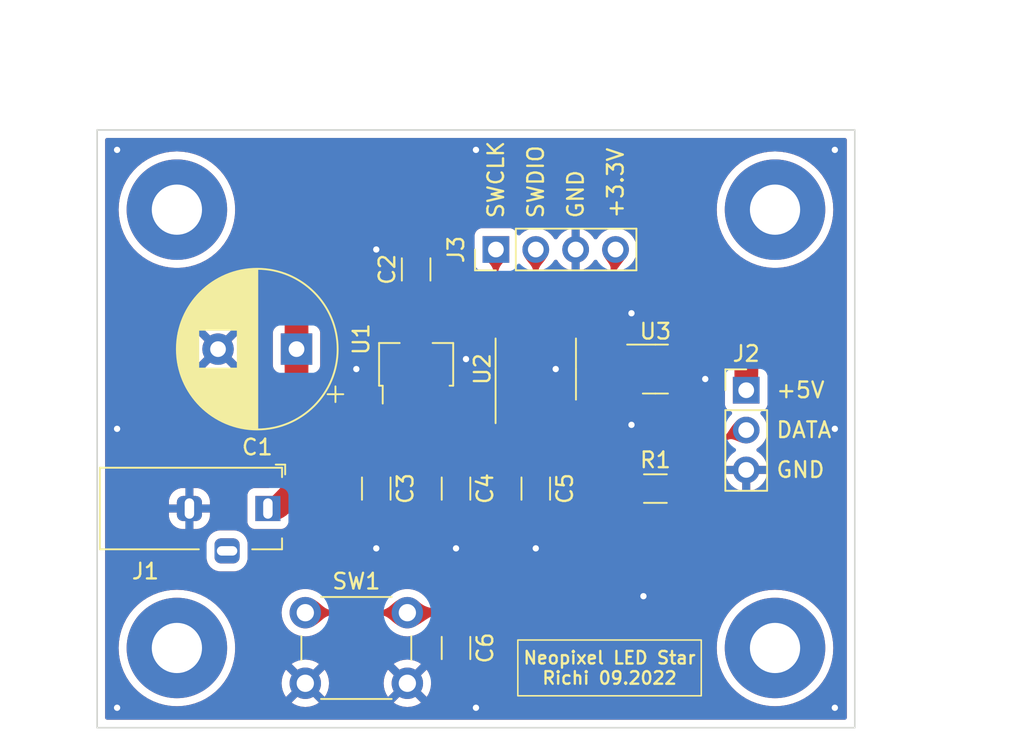
<source format=kicad_pcb>
(kicad_pcb (version 20211014) (generator pcbnew)
  (title_block (title "Neopixel LED Star") (date "2022-09-22") (company "Richi"))
  (layers (0 "F.Cu" signal) (31 "B.Cu" signal) (34 "B.Paste" user) (35 "F.Paste" user) (36 "B.SilkS" user "B.Silkscreen") (37 "F.SilkS" user "F.Silkscreen") (38 "B.Mask" user) (39 "F.Mask" user) (44 "Edge.Cuts" user))
  (net 0 "")
  (net 1 "GNDD")
  (net 2 "+3V3")
  (net 3 "Net-(R1-Pad1)")
  (net 4 "+5V")
  (net 7 "Net-(C6-Pad1)")
  (net 8 "Net-(U2-Pad6)")
  (net 9 "SWDIO")
  (net 10 "SWCLK")
  (net 11 "Net-(J2-Pad2)")
  (footprint "Neopixel_LED_Star:C_1206_3216Metric" (layer "F.Cu") (at 149.86 91.44 -90)
    (fp_text reference "C5" (at 0 -1.85 90) (layer "F.SilkS"))
    (fp_text value "4u7")
    (fp_line (start -0.711252 -0.91) (end 0.711252 -0.91) (layer "F.SilkS") (width 0.12))
    (fp_line (start -0.711252 0.91) (end 0.711252 0.91) (layer "F.SilkS") (width 0.12))
    (pad "1" smd roundrect (at -1.475 0 270) (size 1.15 1.8) (layers "F.Cu" "F.Paste" "F.Mask") (roundrect_rratio 0.2173913043) (net 2 "+3V3"))
    (pad "2" smd roundrect (at 1.475 0 270) (size 1.15 1.8) (layers "F.Cu" "F.Paste" "F.Mask") (roundrect_rratio 0.2173913043) (net 1 "GNDD"))
  )
  (footprint "Neopixel_LED_Star:MountingHole_3.2mm_M3_Pad" (layer "F.Cu") (at 127 101.6)
    (fp_text reference "REF**" hide)
    (fp_text value "MountingHole_3.2mm_M3_Pad")
    (pad "1" thru_hole circle (at 0 0) (size 6.4 6.4) (drill 3.2) (layers *.Cu *.Mask))
  )
  (footprint "Neopixel_LED_Star:SOT-23-5" (layer "F.Cu") (at 157.48 83.82)
    (fp_text reference "U3" (at 0 -2.4) (layer "F.SilkS"))
    (fp_text value "74AHCT1G125QW5-7")
    (fp_line (start 0 -1.56) (end 0.8 -1.56) (layer "F.SilkS") (width 0.12))
    (fp_line (start 0 1.56) (end -0.8 1.56) (layer "F.SilkS") (width 0.12))
    (fp_line (start 0 1.56) (end 0.8 1.56) (layer "F.SilkS") (width 0.12))
    (fp_line (start 0 -1.56) (end -1.8 -1.56) (layer "F.SilkS") (width 0.12))
    (pad "1" smd roundrect (at -1.1375 -0.95) (size 1.325 0.6) (layers "F.Cu" "F.Paste" "F.Mask") (net 1 "GNDD"))
    (pad "2" smd roundrect (at -1.1375 0) (size 1.325 0.6) (layers "F.Cu" "F.Paste" "F.Mask") (net 8 "Net-(U2-Pad6)"))
    (pad "3" smd roundrect (at -1.1375 0.95) (size 1.325 0.6) (layers "F.Cu" "F.Paste" "F.Mask") (net 1 "GNDD"))
    (pad "4" smd roundrect (at 1.1375 0.95) (size 1.325 0.6) (layers "F.Cu" "F.Paste" "F.Mask") (net 3 "Net-(R1-Pad1)"))
    (pad "5" smd roundrect (at 1.1375 -0.95) (size 1.325 0.6) (layers "F.Cu" "F.Paste" "F.Mask") (net 4 "+5V"))
  )
  (footprint "Neopixel_LED_Star:SW_PUSH_6mm_H4.3mm" (layer "F.Cu") (at 135.18 99.35)
    (fp_text reference "SW1" (at 3.25 -2) (layer "F.SilkS"))
    (fp_text value "Switch")
    (fp_line (start 6.75 3) (end 6.75 1.5) (layer "F.SilkS") (width 0.12))
    (fp_line (start 5.5 -1) (end 1 -1) (layer "F.SilkS") (width 0.12))
    (fp_line (start -0.25 1.5) (end -0.25 3) (layer "F.SilkS") (width 0.12))
    (fp_line (start 1 5.5) (end 5.5 5.5) (layer "F.SilkS") (width 0.12))
    (pad "1" thru_hole circle (at 6.5 0 90) (size 2 2) (drill 1.1) (layers *.Cu *.Mask) (net 7 "Net-(C6-Pad1)"))
    (pad "1" thru_hole circle (at 0 0 90) (size 2 2) (drill 1.1) (layers *.Cu *.Mask) (net 7 "Net-(C6-Pad1)"))
    (pad "2" thru_hole circle (at 6.5 4.5 90) (size 2 2) (drill 1.1) (layers *.Cu *.Mask) (net 1 "GNDD"))
    (pad "2" thru_hole circle (at 0 4.5 90) (size 2 2) (drill 1.1) (layers *.Cu *.Mask) (net 1 "GNDD"))
  )
  (footprint "Neopixel_LED_Star:MountingHole_3.2mm_M3_Pad" (layer "F.Cu") (at 165.1 101.6)
    (fp_text reference "REF**" hide)
    (fp_text value "MountingHole_3.2mm_M3_Pad")
    (pad "1" thru_hole circle (at 0 0) (size 6.4 6.4) (drill 3.2) (layers *.Cu *.Mask))
  )
  (footprint "Neopixel_LED_Star:MountingHole_3.2mm_M3_Pad" (layer "F.Cu") (at 165.1 73.66)
    (fp_text reference "REF**" hide)
    (fp_text value "MountingHole_3.2mm_M3_Pad")
    (pad "1" thru_hole circle (at 0 0) (size 6.4 6.4) (drill 3.2) (layers *.Cu *.Mask))
  )
  (footprint "Neopixel_LED_Star:PinHeader_1x03_P2.54mm_Vertical" (layer "F.Cu") (at 163.265 85.17)
    (fp_text reference "J2" (at 0 -2.33) (layer "F.SilkS"))
    (fp_text value "Neopixel solder points")
    (fp_line (start -1.33 6.41) (end 1.33 6.41) (layer "F.SilkS") (width 0.12))
    (fp_line (start -1.33 0) (end -1.33 -1.33) (layer "F.SilkS") (width 0.12))
    (fp_line (start -1.33 1.27) (end -1.33 6.41) (layer "F.SilkS") (width 0.12))
    (fp_line (start -1.33 -1.33) (end 0 -1.33) (layer "F.SilkS") (width 0.12))
    (fp_line (start -1.33 1.27) (end 1.33 1.27) (layer "F.SilkS") (width 0.12))
    (fp_line (start 1.33 1.27) (end 1.33 6.41) (layer "F.SilkS") (width 0.12))
    (pad "1" thru_hole rect (at 0 0) (size 1.7 1.7) (drill 1) (layers *.Cu *.Mask) (net 4 "+5V"))
    (pad "2" thru_hole oval (at 0 2.54) (size 1.7 1.7) (drill 1) (layers *.Cu *.Mask) (net 11 "Net-(J2-Pad2)"))
    (pad "3" thru_hole oval (at 0 5.08) (size 1.7 1.7) (drill 1) (layers *.Cu *.Mask) (net 1 "GNDD"))
  )
  (footprint "Neopixel_LED_Star:SOIC-8_3.9x4.9mm_P1.27mm" (layer "F.Cu") (at 149.86 83.82 90)
    (fp_text reference "U2" (at 0 -3.4 90) (layer "F.SilkS"))
    (fp_text value "STM32G031J6M6")
    (fp_line (start 0 -2.56) (end -3.45 -2.56) (layer "F.SilkS") (width 0.12))
    (fp_line (start 0 2.56) (end -1.95 2.56) (layer "F.SilkS") (width 0.12))
    (fp_line (start 0 -2.56) (end 1.95 -2.56) (layer "F.SilkS") (width 0.12))
    (fp_line (start 0 2.56) (end 1.95 2.56) (layer "F.SilkS") (width 0.12))
    (pad "1" smd roundrect (at -2.475 -1.905 90) (size 1.95 0.6) (layers "F.Cu" "F.Paste" "F.Mask"))
    (pad "2" smd roundrect (at -2.475 -0.635 90) (size 1.95 0.6) (layers "F.Cu" "F.Paste" "F.Mask") (net 2 "+3V3"))
    (pad "3" smd roundrect (at -2.475 0.635 90) (size 1.95 0.6) (layers "F.Cu" "F.Paste" "F.Mask") (net 1 "GNDD"))
    (pad "4" smd roundrect (at -2.475 1.905 90) (size 1.95 0.6) (layers "F.Cu" "F.Paste" "F.Mask"))
    (pad "5" smd roundrect (at 2.475 1.905 90) (size 1.95 0.6) (layers "F.Cu" "F.Paste" "F.Mask") (net 7 "Net-(C6-Pad1)"))
    (pad "6" smd roundrect (at 2.475 0.635 90) (size 1.95 0.6) (layers "F.Cu" "F.Paste" "F.Mask") (net 8 "Net-(U2-Pad6)"))
    (pad "7" smd roundrect (at 2.475 -0.635 90) (size 1.95 0.6) (layers "F.Cu" "F.Paste" "F.Mask") (net 9 "SWDIO"))
    (pad "8" smd roundrect (at 2.475 -1.905 90) (size 1.95 0.6) (layers "F.Cu" "F.Paste" "F.Mask") (net 10 "SWCLK"))
  )
  (footprint "Neopixel_LED_Star:C_1206_3216Metric" (layer "F.Cu") (at 144.78 101.6 -90)
    (fp_text reference "C6" (at 0 -1.85 90) (layer "F.SilkS"))
    (fp_text value "100nF")
    (fp_line (start -0.711252 0.91) (end 0.711252 0.91) (layer "F.SilkS") (width 0.12))
    (fp_line (start -0.711252 -0.91) (end 0.711252 -0.91) (layer "F.SilkS") (width 0.12))
    (pad "1" smd roundrect (at -1.475 0 270) (size 1.15 1.8) (layers "F.Cu" "F.Paste" "F.Mask") (roundrect_rratio 0.2173913043) (net 7 "Net-(C6-Pad1)"))
    (pad "2" smd roundrect (at 1.475 0 270) (size 1.15 1.8) (layers "F.Cu" "F.Paste" "F.Mask") (roundrect_rratio 0.2173913043) (net 1 "GNDD"))
  )
  (footprint "Neopixel_LED_Star:R_1206_3216Metric" (layer "F.Cu") (at 157.48 91.44)
    (fp_text reference "R1" (at 0 -1.82) (layer "F.SilkS"))
    (fp_text value "470R")
    (fp_line (start -0.727064 -0.91) (end 0.727064 -0.91) (layer "F.SilkS") (width 0.12))
    (fp_line (start -0.727064 0.91) (end 0.727064 0.91) (layer "F.SilkS") (width 0.12))
    (pad "1" smd roundrect (at -1.4625 0) (size 1.125 1.75) (layers "F.Cu" "F.Paste" "F.Mask") (roundrect_rratio 0.2222222222) (net 3 "Net-(R1-Pad1)"))
    (pad "2" smd roundrect (at 1.4625 0) (size 1.125 1.75) (layers "F.Cu" "F.Paste" "F.Mask") (roundrect_rratio 0.2222222222) (net 11 "Net-(J2-Pad2)"))
  )
  (footprint "Neopixel_LED_Star:C_1206_3216Metric" (layer "F.Cu") (at 139.7 91.44 -90)
    (fp_text reference "C3" (at 0 -1.85 90) (layer "F.SilkS"))
    (fp_text value "10uF")
    (fp_line (start -0.711252 -0.91) (end 0.711252 -0.91) (layer "F.SilkS") (width 0.12))
    (fp_line (start -0.711252 0.91) (end 0.711252 0.91) (layer "F.SilkS") (width 0.12))
    (pad "1" smd roundrect (at -1.475 0 270) (size 1.15 1.8) (layers "F.Cu" "F.Paste" "F.Mask") (roundrect_rratio 0.2173913043) (net 2 "+3V3"))
    (pad "2" smd roundrect (at 1.475 0 270) (size 1.15 1.8) (layers "F.Cu" "F.Paste" "F.Mask") (roundrect_rratio 0.2173913043) (net 1 "GNDD"))
  )
  (footprint "Neopixel_LED_Star:SOT-89-3" (layer "F.Cu") (at 142.24 83.82 90)
    (fp_text reference "U1" (at 1.905 -3.5 90) (layer "F.SilkS"))
    (fp_text value "HT7533")
    (fp_line (start -1.06 2.36) (end -1.06 2.13) (layer "F.SilkS") (width 0.12))
    (fp_line (start -1.06 -2.36) (end -1.06 -2.13) (layer "F.SilkS") (width 0.12))
    (fp_line (start 1.66 2.36) (end -1.06 2.36) (layer "F.SilkS") (width 0.12))
    (fp_line (start 1.66 1.05) (end 1.66 2.36) (layer "F.SilkS") (width 0.12))
    (fp_line (start -1.06 -2.36) (end 1.66 -2.36) (layer "F.SilkS") (width 0.12))
    (fp_line (start 1.66 -2.36) (end 1.66 -1.05) (layer "F.SilkS") (width 0.12))
    (fp_line (start -2.2 -2.13) (end -1.06 -2.13) (layer "F.SilkS") (width 0.12))
    (pad "1" smd rect (at -1.65 -1.5 90) (size 1.3 0.9) (layers "F.Cu" "F.Paste" "F.Mask") (net 1 "GNDD"))
    (pad "2" smd custom (at -1.5625 0 90) (size 1.475 0.9) (layers "F.Cu" "F.Paste" "F.Mask") (net 4 "+5V") (options (clearance outline) (anchor rect)) (primitives (gr_poly (pts (xy 3.8625 0.8665) (xy 0.7375 0.8665) (xy 0.7375 -0.8665) (xy 3.8625 -0.8665)) (width 0) (fill yes))))
    (pad "3" smd rect (at -1.65 1.5 90) (size 1.3 0.9) (layers "F.Cu" "F.Paste" "F.Mask") (net 2 "+3V3"))
  )
  (footprint "Neopixel_LED_Star:BarrelJack_Horizontal_3.5x1.3" (layer "F.Cu") (at 132.797 92.71)
    (fp_text reference "J1" (at -7.8 4) (layer "F.SilkS"))
    (fp_text value "Power Supply Jack")
    (fp_line (start 0.9 2.6) (end -1 2.6) (layer "F.SilkS") (width 0.12))
    (fp_line (start -10.7 -2.6) (end 0.9 -2.6) (layer "F.SilkS") (width 0.12))
    (fp_line (start -10.7 2.6) (end -10.7 -2.6) (layer "F.SilkS") (width 0.12))
    (fp_line (start 1.1 -2.175) (end 1.1 -2.8) (layer "F.SilkS") (width 0.12))
    (fp_line (start 0.5 -2.8) (end 1.1 -2.8) (layer "F.SilkS") (width 0.12))
    (fp_line (start -4.4 2.6) (end -10.7 2.6) (layer "F.SilkS") (width 0.12))
    (fp_line (start 0.9 1.9) (end 0.9 2.6) (layer "F.SilkS") (width 0.12))
    (fp_line (start 0.9 -2.6) (end 0.9 -2) (layer "F.SilkS") (width 0.12))
    (pad "1" thru_hole rect (at 0 0) (size 1.6 1.6) (drill oval 0.6 1.3) (layers *.Cu *.Mask) (net 4 "+5V"))
    (pad "2" thru_hole roundrect (at -5 0) (size 1.6 1.6) (drill oval 0.6 1.3) (layers *.Cu *.Mask) (net 1 "GNDD"))
    (pad "3" thru_hole roundrect (at -2.6 2.7) (size 1.6 1.6) (drill oval 1.3 0.6) (layers *.Cu *.Mask))
  )
  (footprint "Neopixel_LED_Star:C_1206_3216Metric" (layer "F.Cu") (at 144.78 91.44 -90)
    (fp_text reference "C4" (at 0 -1.85 90) (layer "F.SilkS"))
    (fp_text value "100nF")
    (fp_line (start -0.711252 0.91) (end 0.711252 0.91) (layer "F.SilkS") (width 0.12))
    (fp_line (start -0.711252 -0.91) (end 0.711252 -0.91) (layer "F.SilkS") (width 0.12))
    (pad "1" smd roundrect (at -1.475 0 270) (size 1.15 1.8) (layers "F.Cu" "F.Paste" "F.Mask") (roundrect_rratio 0.2173913043) (net 2 "+3V3"))
    (pad "2" smd roundrect (at 1.475 0 270) (size 1.15 1.8) (layers "F.Cu" "F.Paste" "F.Mask") (roundrect_rratio 0.2173913043) (net 1 "GNDD"))
  )
  (footprint "Neopixel_LED_Star:PinHeader_1x04_P2.54mm_Vertical" (layer "F.Cu") (at 147.32 76.2 90)
    (fp_text reference "J3" (at 0 -2.54 90) (layer "F.SilkS"))
    (fp_text value "Programming Connector")
    (fp_line (start -1.33 8.95) (end 1.33 8.95) (layer "F.SilkS") (width 0.12))
    (fp_line (start -1.33 0) (end -1.33 -1.33) (layer "F.SilkS") (width 0.12))
    (fp_line (start -1.33 1.27) (end -1.33 8.95) (layer "F.SilkS") (width 0.12))
    (fp_line (start -1.33 -1.33) (end 0 -1.33) (layer "F.SilkS") (width 0.12))
    (fp_line (start 1.33 1.27) (end 1.33 8.95) (layer "F.SilkS") (width 0.12))
    (fp_line (start -1.33 1.27) (end 1.33 1.27) (layer "F.SilkS") (width 0.12))
    (pad "1" thru_hole rect (at 0 0 90) (size 1.7 1.7) (drill 1) (layers *.Cu *.Mask) (net 10 "SWCLK"))
    (pad "2" thru_hole oval (at 0 2.54 90) (size 1.7 1.7) (drill 1) (layers *.Cu *.Mask) (net 9 "SWDIO"))
    (pad "3" thru_hole oval (at 0 5.08 90) (size 1.7 1.7) (drill 1) (layers *.Cu *.Mask) (net 1 "GNDD"))
    (pad "4" thru_hole oval (at 0 7.62 90) (size 1.7 1.7) (drill 1) (layers *.Cu *.Mask) (net 2 "+3V3"))
  )
  (footprint "Neopixel_LED_Star:C_1206_3216Metric" (layer "F.Cu") (at 142.24 77.47 90)
    (fp_text reference "C2" (at 0 -1.85 90) (layer "F.SilkS"))
    (fp_text value "10uF")
    (fp_line (start -0.711252 0.91) (end 0.711252 0.91) (layer "F.SilkS") (width 0.12))
    (fp_line (start -0.711252 -0.91) (end 0.711252 -0.91) (layer "F.SilkS") (width 0.12))
    (pad "1" smd roundrect (at -1.475 0 90) (size 1.15 1.8) (layers "F.Cu" "F.Paste" "F.Mask") (roundrect_rratio 0.2173913043) (net 4 "+5V"))
    (pad "2" smd roundrect (at 1.475 0 90) (size 1.15 1.8) (layers "F.Cu" "F.Paste" "F.Mask") (roundrect_rratio 0.2173913043) (net 1 "GNDD"))
  )
  (footprint "Neopixel_LED_Star:MountingHole_3.2mm_M3_Pad" (layer "F.Cu") (at 127 73.66)
    (fp_text reference "REF**" hide)
    (fp_text value "MountingHole_3.2mm_M3_Pad")
    (pad "1" thru_hole circle (at 0 0) (size 6.4 6.4) (drill 3.2) (layers *.Cu *.Mask))
  )
  (footprint "Neopixel_LED_Star:CP_Radial_D10.0mm_P5.00mm" (layer "F.Cu") (at 134.62 82.55 180)
    (fp_text reference "C1" (at 2.5 -6.25) (layer "F.SilkS"))
    (fp_text value "1000uF/10V")
    (fp_line (start 5.141 1.241) (end 5.141 4.347) (layer "F.SilkS") (width 0.12))
    (fp_line (start 6.021 -3.679) (end 6.021 -1.241) (layer "F.SilkS") (width 0.12))
    (fp_line (start 5.181 1.241) (end 5.181 4.323) (layer "F.SilkS") (width 0.12))
    (fp_line (start 5.741 1.241) (end 5.741 3.925) (layer "F.SilkS") (width 0.12))
    (fp_line (start 6.181 -3.52) (end 6.181 -1.241) (layer "F.SilkS") (width 0.12))
    (fp_line (start 3.941 -4.874) (end 3.941 -1.241) (layer "F.SilkS") (width 0.12))
    (fp_line (start 5.021 -4.417) (end 5.021 -1.241) (layer "F.SilkS") (width 0.12))
    (fp_line (start 7.341 -1.63) (end 7.341 1.63) (layer "F.SilkS") (width 0.12))
    (fp_line (start 3.781 1.241) (end 3.781 4.918) (layer "F.SilkS") (width 0.12))
    (fp_line (start 4.061 1.241) (end 4.061 4.837) (layer "F.SilkS") (width 0.12))
    (fp_line (start 5.381 1.241) (end 5.381 4.194) (layer "F.SilkS") (width 0.12))
    (fp_line (start 6.421 -3.254) (end 6.421 3.254) (layer "F.SilkS") (width 0.12))
    (fp_line (start 4.821 -4.525) (end 4.821 -1.241) (layer "F.SilkS") (width 0.12))
    (fp_line (start 5.541 -4.08) (end 5.541 -1.241) (layer "F.SilkS") (width 0.12))
    (fp_line (start 6.621 -3) (end 6.621 3) (layer "F.SilkS") (width 0.12))
    (fp_line (start 5.501 -4.11) (end 5.501 -1.241) (layer "F.SilkS") (width 0.12))
    (fp_line (start 3.18 -5.035) (end 3.18 5.035) (layer "F.SilkS") (width 0.12))
    (fp_line (start 4.901 1.241) (end 4.901 4.483) (layer "F.SilkS") (width 0.12))
    (fp_line (start 3.341 -5.011) (end 3.341 5.011) (layer "F.SilkS") (width 0.12))
    (fp_line (start 4.501 1.241) (end 4.501 4.674) (layer "F.SilkS") (width 0.12))
    (fp_line (start 7.261 -1.846) (end 7.261 1.846) (layer "F.SilkS") (width 0.12))
    (fp_line (start 4.021 1.241) (end 4.021 4.85) (layer "F.SilkS") (width 0.12))
    (fp_line (start 4.981 1.241) (end 4.981 4.44) (layer "F.SilkS") (width 0.12))
    (fp_line (start 5.581 1.241) (end 5.581 4.05) (layer "F.SilkS") (width 0.12))
    (fp_line (start 6.341 -3.347) (end 6.341 3.347) (layer "F.SilkS") (width 0.12))
    (fp_line (start 3.06 -5.05) (end 3.06 5.05) (layer "F.SilkS") (width 0.12))
    (fp_line (start 4.381 -4.723) (end 4.381 -1.241) (layer "F.SilkS") (width 0.12))
    (fp_line (start 3.781 -4.918) (end 3.781 -1.241) (layer "F.SilkS") (width 0.12))
    (fp_line (start 3.701 -4.938) (end 3.701 4.938) (layer "F.SilkS") (width 0.12))
    (fp_line (start 4.461 -4.69) (end 4.461 -1.241) (layer "F.SilkS") (width 0.12))
    (fp_line (start 4.861 1.241) (end 4.861 4.504) (layer "F.SilkS") (width 0.12))
    (fp_line (start 3.381 -5.004) (end 3.381 5.004) (layer "F.SilkS") (width 0.12))
    (fp_line (start 4.941 1.241) (end 4.941 4.462) (layer "F.SilkS") (width 0.12))
    (fp_line (start 6.381 -3.301) (end 6.381 3.301) (layer "F.SilkS") (width 0.12))
    (fp_line (start 7.541 -0.862) (end 7.541 0.862) (layer "F.SilkS") (width 0.12))
    (fp_line (start 5.341 -4.221) (end 5.341 -1.241) (layer "F.SilkS") (width 0.12))
    (fp_line (start 3.861 -4.897) (end 3.861 -1.241) (layer "F.SilkS") (width 0.12))
    (fp_line (start 4.781 -4.545) (end 4.781 -1.241) (layer "F.SilkS") (width 0.12))
    (fp_line (start 4.581 -4.639) (end 4.581 -1.241) (layer "F.SilkS") (width 0.12))
    (fp_line (start 3.821 1.241) (end 3.821 4.907) (layer "F.SilkS") (width 0.12))
    (fp_line (start 6.901 -2.579) (end 6.901 2.579) (layer "F.SilkS") (width 0.12))
    (fp_line (start 6.821 -2.709) (end 6.821 2.709) (layer "F.SilkS") (width 0.12))
    (fp_line (start 5.301 -4.247) (end 5.301 -1.241) (layer "F.SilkS") (width 0.12))
    (fp_line (start 3.461 -4.99) (end 3.461 4.99) (layer "F.SilkS") (width 0.12))
    (fp_line (start 2.98 -5.058) (end 2.98 5.058) (layer "F.SilkS") (width 0.12))
    (fp_line (start 5.581 -4.05) (end 5.581 -1.241) (layer "F.SilkS") (width 0.12))
    (fp_line (start 3.1 -5.045) (end 3.1 5.045) (layer "F.SilkS") (width 0.12))
    (fp_line (start 2.5 -5.08) (end 2.5 5.08) (layer "F.SilkS") (width 0.12))
    (fp_line (start 6.981 -2.439) (end 6.981 2.439) (layer "F.SilkS") (width 0.12))
    (fp_line (start 5.261 1.241) (end 5.261 4.273) (layer "F.SilkS") (width 0.12))
    (fp_line (start 4.301 -4.754) (end 4.301 -1.241) (layer "F.SilkS") (width 0.12))
    (fp_line (start 2.86 -5.068) (end 2.86 5.068) (layer "F.SilkS") (width 0.12))
    (fp_line (start 3.221 -5.03) (end 3.221 5.03) (layer "F.SilkS") (width 0.12))
    (fp_line (start 5.181 -4.323) (end 5.181 -1.241) (layer "F.SilkS") (width 0.12))
    (fp_line (start -2.479646 -3.375) (end -2.479646 -2.375) (layer "F.SilkS") (width 0.12))
    (fp_line (start 5.981 -3.716) (end 5.981 -1.241) (layer "F.SilkS") (width 0.12))
    (fp_line (start 3.421 -4.997) (end 3.421 4.997) (layer "F.SilkS") (width 0.12))
    (fp_line (start 4.621 1.241) (end 4.621 4.621) (layer "F.SilkS") (width 0.12))
    (fp_line (start 5.261 -4.273) (end 5.261 -1.241) (layer "F.SilkS") (width 0.12))
    (fp_line (start 6.221 -3.478) (end 6.221 -1.241) (layer "F.SilkS") (width 0.12))
    (fp_line (start 3.581 -4.965) (end 3.581 4.965) (layer "F.SilkS") (width 0.12))
    (fp_line (start 6.141 1.241) (end 6.141 3.561) (layer "F.SilkS") (width 0.12))
    (fp_line (start 5.421 1.241) (end 5.421 4.166) (layer "F.SilkS") (width 0.12))
    (fp_line (start 4.181 -4.797) (end 4.181 -1.241) (layer "F.SilkS") (width 0.12))
    (fp_line (start 4.301 1.241) (end 4.301 4.754) (layer "F.SilkS") (width 0.12))
    (fp_line (start 4.261 1.241) (end 4.261 4.768) (layer "F.SilkS") (width 0.12))
    (fp_line (start 5.221 -4.298) (end 5.221 -1.241) (layer "F.SilkS") (width 0.12))
    (fp_line (start 4.181 1.241) (end 4.181 4.797) (layer "F.SilkS") (width 0.12))
    (fp_line (start 5.701 1.241) (end 5.701 3.957) (layer "F.SilkS") (width 0.12))
    (fp_line (start 3.301 -5.018) (end 3.301 5.018) (layer "F.SilkS") (width 0.12))
    (fp_line (start 6.861 -2.645) (end 6.861 2.645) (layer "F.SilkS") (width 0.12))
    (fp_line (start 2.94 -5.062) (end 2.94 5.062) (layer "F.SilkS") (width 0.12))
    (fp_line (start 3.261 -5.024) (end 3.261 5.024) (layer "F.SilkS") (width 0.12))
    (fp_line (start 5.661 1.241) (end 5.661 3.989) (layer "F.SilkS") (width 0.12))
    (fp_line (start 4.381 1.241) (end 4.381 4.723) (layer "F.SilkS") (width 0.12))
    (fp_line (start 5.941 -3.753) (end 5.941 -1.241) (layer "F.SilkS") (width 0.12))
    (fp_line (start 7.221 -1.944) (end 7.221 1.944) (layer "F.SilkS") (width 0.12))
    (fp_line (start 4.981 -4.44) (end 4.981 -1.241) (layer "F.SilkS") (width 0.12))
    (fp_line (start 5.501 1.241) (end 5.501 4.11) (layer "F.SilkS") (width 0.12))
    (fp_line (start 7.461 -1.23) (end 7.461 1.23) (layer "F.SilkS") (width 0.12))
    (fp_line (start 6.141 -3.561) (end 6.141 -1.241) (layer "F.SilkS") (width 0.12))
    (fp_line (start 2.66 -5.078) (end 2.66 5.078) (layer "F.SilkS") (width 0.12))
    (fp_line (start 4.621 -4.621) (end 4.621 -1.241) (layer "F.SilkS") (width 0.12))
    (fp_line (start 6.701 -2.889) (end 6.701 2.889) (layer "F.SilkS") (width 0.12))
    (fp_line (start 6.181 1.241) (end 6.181 3.52) (layer "F.SilkS") (width 0.12))
    (fp_line (start 7.421 -1.378) (end 7.421 1.378) (layer "F.SilkS") (width 0.12))
    (fp_line (start 4.581 1.241) (end 4.581 4.639) (layer "F.SilkS") (width 0.12))
    (fp_line (start 3.981 1.241) (end 3.981 4.862) (layer "F.SilkS") (width 0.12))
    (fp_line (start 5.541 1.241) (end 5.541 4.08) (layer "F.SilkS") (width 0.12))
    (fp_line (start 2.82 -5.07) (end 2.82 5.07) (layer "F.SilkS") (width 0.12))
    (fp_line (start 4.141 -4.811) (end 4.141 -1.241) (layer "F.SilkS") (width 0.12))
    (fp_line (start 4.541 1.241) (end 4.541 4.657) (layer "F.SilkS") (width 0.12))
    (fp_line (start 5.821 1.241) (end 5.821 3.858) (layer "F.SilkS") (width 0.12))
    (fp_line (start 6.781 -2.77) (end 6.781 2.77) (layer "F.SilkS") (width 0.12))
    (fp_line (start 4.461 1.241) (end 4.461 4.69) (layer "F.SilkS") (width 0.12))
    (fp_line (start 7.061 -2.289) (end 7.061 2.289) (layer "F.SilkS") (width 0.12))
    (fp_line (start 6.501 -3.156) (end 6.501 3.156) (layer "F.SilkS") (width 0.12))
    (fp_line (start 3.501 -4.982) (end 3.501 4.982) (layer "F.SilkS") (width 0.12))
    (fp_line (start 3.901 1.241) (end 3.901 4.885) (layer "F.SilkS") (width 0.12))
    (fp_line (start 3.541 -4.974) (end 3.541 4.974) (layer "F.SilkS") (width 0.12))
    (fp_line (start 4.421 -4.707) (end 4.421 -1.241) (layer "F.SilkS") (width 0.12))
    (fp_line (start 4.701 -4.584) (end 4.701 -1.241) (layer "F.SilkS") (width 0.12))
    (fp_line (start 4.741 1.241) (end 4.741 4.564) (layer "F.SilkS") (width 0.12))
    (fp_line (start 4.541 -4.657) (end 4.541 -1.241) (layer "F.SilkS") (width 0.12))
    (fp_line (start 2.78 -5.073) (end 2.78 5.073) (layer "F.SilkS") (width 0.12))
    (fp_line (start 5.061 -4.395) (end 5.061 -1.241) (layer "F.SilkS") (width 0.12))
    (fp_line (start 7.021 -2.365) (end 7.021 2.365) (layer "F.SilkS") (width 0.12))
    (fp_line (start 5.781 1.241) (end 5.781 3.892) (layer "F.SilkS") (width 0.12))
    (fp_line (start 6.021 1.241) (end 6.021 3.679) (layer "F.SilkS") (width 0.12))
    (fp_line (start 5.701 -3.957) (end 5.701 -1.241) (layer "F.SilkS") (width 0.12))
    (fp_line (start 2.74 -5.075) (end 2.74 5.075) (layer "F.SilkS") (width 0.12))
    (fp_line (start 5.781 -3.892) (end 5.781 -1.241) (layer "F.SilkS") (width 0.12))
    (fp_line (start 3.981 -4.862) (end 3.981 -1.241) (layer "F.SilkS") (width 0.12))
    (fp_line (start 4.821 1.241) (end 4.821 4.525) (layer "F.SilkS") (width 0.12))
    (fp_line (start 4.661 1.241) (end 4.661 4.603) (layer "F.SilkS") (width 0.12))
    (fp_line (start 6.101 1.241) (end 6.101 3.601) (layer "F.SilkS") (width 0.12))
    (fp_line (start -2.979646 -2.875) (end -1.979646 -2.875) (layer "F.SilkS") (width 0.12))
    (fp_line (start 5.461 1.241) (end 5.461 4.138) (layer "F.SilkS") (width 0.12))
    (fp_line (start 3.741 -4.928) (end 3.741 4.928) (layer "F.SilkS") (width 0.12))
    (fp_line (start 4.421 1.241) (end 4.421 4.707) (layer "F.SilkS") (width 0.12))
    (fp_line (start 6.741 -2.83) (end 6.741 2.83) (layer "F.SilkS") (width 0.12))
    (fp_line (start 4.661 -4.603) (end 4.661 -1.241) (layer "F.SilkS") (width 0.12))
    (fp_line (start 5.901 1.241) (end 5.901 3.789) (layer "F.SilkS") (width 0.12))
    (fp_line (start 7.381 -1.51) (end 7.381 1.51) (layer "F.SilkS") (width 0.12))
    (fp_line (start 6.461 -3.206) (end 6.461 3.206) (layer "F.SilkS") (width 0.12))
    (fp_line (start 4.741 -4.564) (end 4.741 -1.241) (layer "F.SilkS") (width 0.12))
    (fp_line (start 4.101 -4.824) (end 4.101 -1.241) (layer "F.SilkS") (width 0.12))
    (fp_line (start 4.781 1.241) (end 4.781 4.545) (layer "F.SilkS") (width 0.12))
    (fp_line (start 7.181 -2.037) (end 7.181 2.037) (layer "F.SilkS") (width 0.12))
    (fp_line (start 3.02 -5.054) (end 3.02 5.054) (layer "F.SilkS") (width 0.12))
    (fp_line (start 5.101 1.241) (end 5.101 4.371) (layer "F.SilkS") (width 0.12))
    (fp_line (start 2.58 -5.08) (end 2.58 5.08) (layer "F.SilkS") (width 0.12))
    (fp_line (start 2.9 -5.065) (end 2.9 5.065) (layer "F.SilkS") (width 0.12))
    (fp_line (start 5.141 -4.347) (end 5.141 -1.241) (layer "F.SilkS") (width 0.12))
    (fp_line (start 3.661 -4.947) (end 3.661 4.947) (layer "F.SilkS") (width 0.12))
    (fp_line (start 7.141 -2.125) (end 7.141 2.125) (layer "F.SilkS") (width 0.12))
    (fp_line (start 5.901 -3.789) (end 5.901 -1.241) (layer "F.SilkS") (width 0.12))
    (fp_line (start 5.621 1.241) (end 5.621 4.02) (layer "F.SilkS") (width 0.12))
    (fp_line (start 4.701 1.241) (end 4.701 4.584) (layer "F.SilkS") (width 0.12))
    (fp_line (start 5.861 1.241) (end 5.861 3.824) (layer "F.SilkS") (width 0.12))
    (fp_line (start 6.301 -3.392) (end 6.301 3.392) (layer "F.SilkS") (width 0.12))
    (fp_line (start 5.821 -3.858) (end 5.821 -1.241) (layer "F.SilkS") (width 0.12))
    (fp_line (start 5.341 1.241) (end 5.341 4.221) (layer "F.SilkS") (width 0.12))
    (fp_line (start 4.021 -4.85) (end 4.021 -1.241) (layer "F.SilkS") (width 0.12))
    (fp_line (start 5.021 1.241) (end 5.021 4.417) (layer "F.SilkS") (width 0.12))
    (fp_line (start 7.501 -1.062) (end 7.501 1.062) (layer "F.SilkS") (width 0.12))
    (fp_line (start 4.861 -4.504) (end 4.861 -1.241) (layer "F.SilkS") (width 0.12))
    (fp_line (start 6.261 -3.436) (end 6.261 3.436) (layer "F.SilkS") (width 0.12))
    (fp_line (start 5.741 -3.925) (end 5.741 -1.241) (layer "F.SilkS") (width 0.12))
    (fp_line (start 3.821 -4.907) (end 3.821 -1.241) (layer "F.SilkS") (width 0.12))
    (fp_line (start 5.981 1.241) (end 5.981 3.716) (layer "F.SilkS") (width 0.12))
    (fp_line (start 5.221 1.241) (end 5.221 4.298) (layer "F.SilkS") (width 0.12))
    (fp_line (start 7.581 -0.599) (end 7.581 0.599) (layer "F.SilkS") (width 0.12))
    (fp_line (start 2.7 -5.077) (end 2.7 5.077) (layer "F.SilkS") (width 0.12))
    (fp_line (start 3.861 1.241) (end 3.861 4.897) (layer "F.SilkS") (width 0.12))
    (fp_line (start 6.661 -2.945) (end 6.661 2.945) (layer "F.SilkS") (width 0.12))
    (fp_line (start 7.101 -2.209) (end 7.101 2.209) (layer "F.SilkS") (width 0.12))
    (fp_line (start 4.901 -4.483) (end 4.901 -1.241) (layer "F.SilkS") (width 0.12))
    (fp_line (start 4.261 -4.768) (end 4.261 -1.241) (layer "F.SilkS") (width 0.12))
    (fp_line (start 5.421 -4.166) (end 5.421 -1.241) (layer "F.SilkS") (width 0.12))
    (fp_line (start 5.621 -4.02) (end 5.621 -1.241) (layer "F.SilkS") (width 0.12))
    (fp_line (start 5.301 1.241) (end 5.301 4.247) (layer "F.SilkS") (width 0.12))
    (fp_line (start 2.54 -5.08) (end 2.54 5.08) (layer "F.SilkS") (width 0.12))
    (fp_line (start 2.62 -5.079) (end 2.62 5.079) (layer "F.SilkS") (width 0.12))
    (fp_line (start 4.501 -4.674) (end 4.501 -1.241) (layer "F.SilkS") (width 0.12))
    (fp_line (start 4.221 -4.783) (end 4.221 -1.241) (layer "F.SilkS") (width 0.12))
    (fp_line (start 6.941 -2.51) (end 6.941 2.51) (layer "F.SilkS") (width 0.12))
    (fp_line (start 4.061 -4.837) (end 4.061 -1.241) (layer "F.SilkS") (width 0.12))
    (fp_line (start 6.541 -3.106) (end 6.541 3.106) (layer "F.SilkS") (width 0.12))
    (fp_line (start 4.101 1.241) (end 4.101 4.824) (layer "F.SilkS") (width 0.12))
    (fp_line (start 3.941 1.241) (end 3.941 4.874) (layer "F.SilkS") (width 0.12))
    (fp_line (start 4.941 -4.462) (end 4.941 -1.241) (layer "F.SilkS") (width 0.12))
    (fp_line (start 4.341 1.241) (end 4.341 4.738) (layer "F.SilkS") (width 0.12))
    (fp_line (start 4.341 -4.738) (end 4.341 -1.241) (layer "F.SilkS") (width 0.12))
    (fp_line (start 4.141 1.241) (end 4.141 4.811) (layer "F.SilkS") (width 0.12))
    (fp_line (start 5.101 -4.371) (end 5.101 -1.241) (layer "F.SilkS") (width 0.12))
    (fp_line (start 6.061 -3.64) (end 6.061 -1.241) (layer "F.SilkS") (width 0.12))
    (fp_line (start 6.221 1.241) (end 6.221 3.478) (layer "F.SilkS") (width 0.12))
    (fp_line (start 5.381 -4.194) (end 5.381 -1.241) (layer "F.SilkS") (width 0.12))
    (fp_line (start 5.861 -3.824) (end 5.861 -1.241) (layer "F.SilkS") (width 0.12))
    (fp_line (start 7.301 -1.742) (end 7.301 1.742) (layer "F.SilkS") (width 0.12))
    (fp_line (start 6.061 1.241) (end 6.061 3.64) (layer "F.SilkS") (width 0.12))
    (fp_line (start 5.941 1.241) (end 5.941 3.753) (layer "F.SilkS") (width 0.12))
    (fp_line (start 5.661 -3.989) (end 5.661 -1.241) (layer "F.SilkS") (width 0.12))
    (fp_line (start 3.621 -4.956) (end 3.621 4.956) (layer "F.SilkS") (width 0.12))
    (fp_line (start 4.221 1.241) (end 4.221 4.783) (layer "F.SilkS") (width 0.12))
    (fp_line (start 6.581 -3.054) (end 6.581 3.054) (layer "F.SilkS") (width 0.12))
    (fp_line (start 3.901 -4.885) (end 3.901 -1.241) (layer "F.SilkS") (width 0.12))
    (fp_line (start 5.461 -4.138) (end 5.461 -1.241) (layer "F.SilkS") (width 0.12))
    (fp_line (start 5.061 1.241) (end 5.061 4.395) (layer "F.SilkS") (width 0.12))
    (fp_line (start 3.14 -5.04) (end 3.14 5.04) (layer "F.SilkS") (width 0.12))
    (fp_line (start 6.101 -3.601) (end 6.101 -1.241) (layer "F.SilkS") (width 0.12))
    (fp_circle (center 2.5 0) (end 7.62 0) (layer "F.SilkS") (width 0.12) (fill none))
    (pad "1" thru_hole rect (at 0 0 180) (size 2 2) (drill 1) (layers *.Cu *.Mask) (net 4 "+5V"))
    (pad "2" thru_hole circle (at 5 0 180) (size 2 2) (drill 1) (layers *.Cu *.Mask) (net 1 "GNDD"))
  )
  (gr_rect (start 148.717 101.092) (end 160.401 104.648) (layer "F.SilkS") (width 0.1) (fill none))
  (gr_line (start 121.92 106.68) (end 121.92 68.58) (layer "Edge.Cuts") (width 0.1))
  (gr_line (start 170.18 68.58) (end 170.18 106.68) (layer "Edge.Cuts") (width 0.1))
  (gr_line (start 121.92 68.58) (end 170.18 68.58) (layer "Edge.Cuts") (width 0.1))
  (gr_line (start 170.18 106.68) (end 121.92 106.68) (layer "Edge.Cuts") (width 0.1))
  (gr_text "GND" (at 152.4 74.295 90) (layer "F.SilkS") (effects (font (size 1 1)) (justify left)))
  (gr_text "DATA" (at 165.1 87.7) (layer "F.SilkS") (effects (font (size 1 1)) (justify left)))
  (gr_text "+5V" (at 165.1 85.16) (layer "F.SilkS") (effects (font (size 1 1)) (justify left)))
  (gr_text "Neopixel LED Star\nRichi 09.2022" (at 154.559 102.87) (layer "F.SilkS") (effects (font (size 0.8 0.8))))
  (gr_text "GND" (at 165.1 90.24) (layer "F.SilkS") (effects (font (size 1 1)) (justify left)))
  (gr_text "+3.3V" (at 154.94 74.295 90) (layer "F.SilkS") (effects (font (size 1 1)) (justify left)))
  (gr_text "SWCLK" (at 147.32 74.295 90) (layer "F.SilkS") (effects (font (size 1 1)) (justify left)))
  (gr_text "SWDIO" (at 149.86 74.295 90) (layer "F.SilkS") (effects (font (size 1 1)) (justify left)))
  (segment (start 138.43 83.82) (end 138.76 83.82) (width 0.25) (layer "F.Cu") (net 1))
  (segment (start 139.7 76.2) (end 139.8025 76.0975) (width 0.25) (layer "F.Cu") (net 1))
  (segment (start 139.7 95.25) (end 139.7 92.915) (width 0.25) (layer "F.Cu") (net 1))
  (segment (start 139.323345 84.053345) (end 140.74 85.47) (width 0.25) (layer "F.Cu") (net 1))
  (segment (start 149.86 95.25) (end 149.86 92.915) (width 0.25) (layer "F.Cu") (net 1))
  (segment (start 140.049956 75.995) (end 142.24 75.995) (width 0.25) (layer "F.Cu") (net 1))
  (segment (start 144.78 95.25) (end 144.78 92.915) (width 0.25) (layer "F.Cu") (net 1))
  (segment (start 156.3425 80.923796) (end 156.3425 82.87) (width 0.25) (layer "F.Cu") (net 1))
  (segment (start 144.8825 102.9725) (end 144.78 103.075) (width 0.25) (layer "F.Cu") (net 1))
  (segment (start 155.956 87.376) (end 156.14925 87.18275) (width 0.25) (layer "F.Cu") (net 1))
  (segment (start 150.495 84.904012) (end 150.495 86.295) (width 0.25) (layer "F.Cu") (net 1))
  (segment (start 156.3425 86.716203) (end 156.3425 84.77) (width 0.25) (layer "F.Cu") (net 1))
  (segment (start 156.14925 80.45725) (end 155.956 80.264) (width 0.25) (layer "F.Cu") (net 1))
  (segment (start 150.8125 84.1375) (end 151.13 83.82) (width 0.25) (layer "F.Cu") (net 1))
  (via (at 168.91 105.41) (size 0.8) (drill 0.4) (layers "F.Cu" "B.Cu") (net 1))
  (via (at 146.05 105.41) (size 0.8) (drill 0.4) (layers "F.Cu" "B.Cu") (net 1))
  (via (at 123.19 105.41) (size 0.8) (drill 0.4) (layers "F.Cu" "B.Cu") (net 1))
  (via (at 145.415 83.185) (size 0.8) (drill 0.4) (layers "F.Cu" "B.Cu") (net 1))
  (via (at 149.86 95.25) (size 0.8) (drill 0.4) (layers "F.Cu" "B.Cu") (net 1))
  (via (at 139.7 76.2) (size 0.8) (drill 0.4) (layers "F.Cu" "B.Cu") (net 1))
  (via (at 160.655 84.455) (size 0.8) (drill 0.4) (layers "F.Cu" "B.Cu") (net 1))
  (via (at 123.19 87.63) (size 0.8) (drill 0.4) (layers "F.Cu" "B.Cu") (net 1))
  (via (at 151.13 83.82) (size 0.8) (drill 0.4) (layers "F.Cu" "B.Cu") (net 1))
  (via (at 168.91 69.85) (size 0.8) (drill 0.4) (layers "F.Cu" "B.Cu") (net 1))
  (via (at 144.78 95.25) (size 0.8) (drill 0.4) (layers "F.Cu" "B.Cu") (net 1))
  (via (at 156.718 98.298) (size 0.8) (drill 0.4) (layers "F.Cu" "B.Cu") (net 1))
  (via (at 139.7 95.25) (size 0.8) (drill 0.4) (layers "F.Cu" "B.Cu") (net 1))
  (via (at 168.91 87.63) (size 0.8) (drill 0.4) (layers "F.Cu" "B.Cu") (net 1))
  (via (at 146.05 69.85) (size 0.8) (drill 0.4) (layers "F.Cu" "B.Cu") (net 1))
  (via (at 155.956 87.376) (size 0.8) (drill 0.4) (layers "F.Cu" "B.Cu") (net 1))
  (via (at 123.19 69.85) (size 0.8) (drill 0.4) (layers "F.Cu" "B.Cu") (net 1))
  (via (at 155.956 80.264) (size 0.8) (drill 0.4) (layers "F.Cu" "B.Cu") (net 1))
  (via (at 138.43 83.82) (size 0.8) (drill 0.4) (layers "F.Cu" "B.Cu") (net 1))
  (arc (start 139.8025 76.0975) (mid 139.916033 76.021638) (end 140.049956 75.995) (width 0.25) (layer "F.Cu") (net 1))
  (arc (start 150.8125 84.1375) (mid 150.577515 84.489178) (end 150.495 84.904012) (width 0.25) (layer "F.Cu") (net 1))
  (arc (start 139.323345 84.053345) (mid 139.06488 83.880644) (end 138.76 83.82) (width 0.25) (layer "F.Cu") (net 1))
  (arc (start 144.8825 102.9725) (mid 144.996033 102.896638) (end 145.129956 102.87) (width 0.25) (layer "F.Cu") (net 1))
  (arc (start 156.3425 86.716203) (mid 156.292275 86.968696) (end 156.14925 87.18275) (width 0.25) (layer "F.Cu") (net 1))
  (arc (start 156.3425 80.923796) (mid 156.292275 80.671303) (end 156.14925 80.45725) (width 0.25) (layer "F.Cu") (net 1))
  (segment (start 143.74 86.153352) (end 143.74 85.47) (width 0.25) (layer "F.Cu") (net 2))
  (segment (start 152.771974 78.74) (end 151.714389 78.74) (width 0.25) (layer "F.Cu") (net 2))
  (segment (start 149.86 80.594389) (end 149.86 82.735987) (width 0.25) (layer "F.Cu") (net 2))
  (segment (start 144.78 89.965) (end 149.635493 89.965) (width 0.25) (layer "F.Cu") (net 2))
  (segment (start 154.94 76.835) (end 154.94 76.2) (width 0.25) (layer "F.Cu") (net 2))
  (segment (start 149.5425 89.6475) (end 149.70125 89.80625) (width 0.25) (layer "F.Cu") (net 2))
  (segment (start 145.830053 85.944946) (end 147.505987 84.269012) (width 0.25) (layer "F.Cu") (net 2))
  (segment (start 154.304999 78.104999) (end 154.490987 77.919012) (width 0.25) (layer "F.Cu") (net 2))
  (segment (start 144.78 89.965) (end 139.915 89.965) (width 0.25) (layer "F.Cu") (net 2))
  (segment (start 139.852027 89.382971) (end 141.155987 88.079012) (width 0.25) (layer "F.Cu") (net 2))
  (segment (start 142.24 87.63) (end 142.263352 87.63) (width 0.25) (layer "F.Cu") (net 2))
  (segment (start 149.225 88.880987) (end 149.225 86.295) (width 0.25) (layer "F.Cu") (net 2))
  (segment (start 144.78 89.965) (end 144.78 88.48) (width 0.25) (layer "F.Cu") (net 2))
  (segment (start 148.775987 83.82) (end 148.59 83.82) (width 0.25) (layer "F.Cu") (net 2))
  (arc (start 149.5425 89.6475) (mid 149.307515 89.29582) (end 149.225 88.880987) (width 0.25) (layer "F.Cu") (net 2))
  (arc (start 149.635493 89.965) (mid 149.721408 89.907593) (end 149.70125 89.80625) (width 0.25) (layer "F.Cu") (net 2))
  (arc (start 152.771974 78.74) (mid 153.601641 78.574968) (end 154.304999 78.104999) (width 0.25) (layer "F.Cu") (net 2))
  (arc (start 145.830053 85.944946) (mid 145.052899 87.108038) (end 144.78 88.48) (width 0.25) (layer "F.Cu") (net 2))
  (arc (start 143.74 86.153352) (mid 143.627596 86.71844) (end 143.3075 87.1975) (width 0.25) (layer "F.Cu") (net 2))
  (arc (start 149.86 82.735987) (mid 149.777484 83.15082) (end 149.5425 83.5025) (width 0.25) (layer "F.Cu") (net 2))
  (arc (start 148.59 83.82) (mid 148.003336 83.936694) (end 147.505987 84.269012) (width 0.25) (layer "F.Cu") (net 2))
  (arc (start 142.263352 87.63) (mid 142.82844 87.517596) (end 143.3075 87.1975) (width 0.25) (layer "F.Cu") (net 2))
  (arc (start 150.403138 79.283138) (mid 151.004745 78.881156) (end 151.714389 78.74) (width 0.25) (layer "F.Cu") (net 2))
  (arc (start 148.775987 83.82) (mid 149.19082 83.737484) (end 149.5425 83.5025) (width 0.25) (layer "F.Cu") (net 2))
  (arc (start 154.490987 77.919012) (mid 154.823305 77.421663) (end 154.94 76.835) (width 0.25) (layer "F.Cu") (net 2))
  (arc (start 139.7 89.75) (mid 139.762972 89.902027) (end 139.915 89.965) (width 0.25) (layer "F.Cu") (net 2))
  (arc (start 142.24 87.63) (mid 141.653336 87.746694) (end 141.155987 88.079012) (width 0.25) (layer "F.Cu") (net 2))
  (arc (start 150.403138 79.283138) (mid 150.001156 79.884745) (end 149.86 80.594389) (width 0.25) (layer "F.Cu") (net 2))
  (arc (start 139.852027 89.382971) (mid 139.73951 89.551365) (end 139.7 89.75) (width 0.25) (layer "F.Cu") (net 2))
  (segment (start 156.398453 89.981546) (end 157.559491 88.820508) (width 0.25) (layer "F.Cu") (net 3))
  (segment (start 156.0175 90.90125) (end 156.0175 91.44) (width 0.25) (layer "F.Cu") (net 3))
  (segment (start 158.6175 86.26625) (end 158.6175 84.77) (width 0.25) (layer "F.Cu") (net 3))
  (arc (start 157.559491 88.820508) (mid 158.342532 87.648604) (end 158.6175 86.26625) (width 0.25) (layer "F.Cu") (net 3))
  (arc (start 156.398453 89.981546) (mid 156.116506 90.403509) (end 156.0175 90.90125) (width 0.25) (layer "F.Cu") (net 3))
  (segment (start 162.138932 80.858932) (end 160.661858 82.336005) (width 0.25) (layer "F.Cu") (net 4))
  (segment (start 160.097038 78.817038) (end 162.138932 80.858932) (width 1.5) (layer "F.Cu") (net 4))
  (segment (start 134.62 78.811845) (end 134.62 82.55) (width 1.5) (layer "F.Cu") (net 4))
  (segment (start 134.62 78.922154) (end 134.62 78.811845) (width 1.5) (layer "F.Cu") (net 4))
  (segment (start 134.753154 78.945) (end 142.24 78.945) (width 1.1) (layer "F.Cu") (net 4))
  (segment (start 134.62 74.558025) (end 134.62 78.811845) (width 1.5) (layer "F.Cu") (net 4))
  (segment (start 159.372682 82.87) (end 158.6175 82.87) (width 0.25) (layer "F.Cu") (net 4))
  (segment (start 133.0735 92.71) (end 132.797 92.71) (width 1.5) (layer "F.Cu") (net 4))
  (segment (start 158.75 74.558025) (end 158.75 75.565) (width 1.5) (layer "F.Cu") (net 4))
  (segment (start 134.62 90.541974) (end 134.62 82.55) (width 1.5) (layer "F.Cu") (net 4))
  (segment (start 156.581974 72.39) (end 136.788025 72.39) (width 1.5) (layer "F.Cu") (net 4))
  (segment (start 163.265 83.5775) (end 163.265 85.17) (width 1.5) (layer "F.Cu") (net 4))
  (segment (start 133.545515 92.514484) (end 133.984999 92.074999) (width 1.5) (layer "F.Cu") (net 4))
  (segment (start 142.24 78.945) (end 142.24 85.3825) (width 1.1) (layer "F.Cu") (net 4))
  (arc (start 134.659 78.906) (mid 134.702198 78.934864) (end 134.753154 78.945) (width 1.1) (layer "F.Cu") (net 4))
  (arc (start 160.097038 78.817038) (mid 159.100083 77.32499) (end 158.75 75.565) (width 1.5) (layer "F.Cu") (net 4))
  (arc (start 133.545515 92.514484) (mid 133.328952 92.659187) (end 133.0735 92.71) (width 1.5) (layer "F.Cu") (net 4))
  (arc (start 135.255 73.025) (mid 135.958357 72.555031) (end 136.788025 72.39) (width 1.5) (layer "F.Cu") (net 4))
  (arc (start 134.62 74.558025) (mid 134.785031 73.728357) (end 135.255 73.025) (width 1.5) (layer "F.Cu") (net 4))
  (arc (start 156.581974 72.39) (mid 157.411641 72.555031) (end 158.115 73.025) (width 1.5) (layer "F.Cu") (net 4))
  (arc (start 134.659 78.906) (mid 134.630135 78.862801) (end 134.62 78.811845) (width 1.5) (layer "F.Cu") (net 4))
  (arc (start 134.62 90.541974) (mid 134.454968 91.371641) (end 133.984999 92.074999) (width 1.5) (layer "F.Cu") (net 4))
  (arc (start 134.659 78.906) (mid 134.634103 78.901047) (end 134.62 78.922154) (width 1.1) (layer "F.Cu") (net 4))
  (arc (start 158.115 73.025) (mid 158.584968 73.728357) (end 158.75 74.558025) (width 1.5) (layer "F.Cu") (net 4))
  (arc (start 160.661858 82.336005) (mid 160.070379 82.731219) (end 159.372682 82.87) (width 0.25) (layer "F.Cu") (net 4))
  (arc (start 162.138932 80.858932) (mid 162.972344 82.106221) (end 163.265 83.5775) (width 1.5) (layer "F.Cu") (net 4))
  (segment (start 144.3925 99.7375) (end 144.58625 99.93125) (width 0.25) (layer "F.Cu") (net 7))
  (segment (start 141.68 99.35) (end 135.18 99.35) (width 0.25) (layer "F.Cu") (net 7))
  (segment (start 146.1525 100.125) (end 145.054003 100.125) (width 0.25) (layer "F.Cu") (net 7))
  (segment (start 153.67 91.726036) (end 153.67 84.597038) (width 0.25) (layer "F.Cu") (net 7))
  (segment (start 152.7175 82.2975) (end 151.765 81.345) (width 0.25) (layer "F.Cu") (net 7))
  (segment (start 152.076207 95.573792) (end 148.495503 99.154495) (width 0.25) (layer "F.Cu") (net 7))
  (segment (start 143.456992 99.35) (end 141.68 99.35) (width 0.25) (layer "F.Cu") (net 7))
  (arc (start 152.7175 82.2975) (mid 153.422453 83.352537) (end 153.67 84.597038) (width 0.25) (layer "F.Cu") (net 7))
  (arc (start 144.58625 99.93125) (mid 144.800857 100.074646) (end 145.054003 100.125) (width 0.25) (layer "F.Cu") (net 7))
  (arc (start 152.076207 95.573792) (mid 153.255786 93.808426) (end 153.67 91.726036) (width 0.25) (layer "F.Cu") (net 7))
  (arc (start 146.1525 100.125) (mid 147.420524 99.872773) (end 148.495503 99.154495) (width 0.25) (layer "F.Cu") (net 7))
  (arc (start 143.456992 99.35) (mid 143.963285 99.450707) (end 144.3925 99.7375) (width 0.25) (layer "F.Cu") (net 7))
  (segment (start 151.315987 79.824012) (end 150.742487 80.397512) (width 0.25) (layer "F.Cu") (net 8))
  (segment (start 155.237356 83.482356) (end 154.94 83.185) (width 0.25) (layer "F.Cu") (net 8))
  (segment (start 154.305 81.651974) (end 154.305 81.543025) (width 0.25) (layer "F.Cu") (net 8))
  (segment (start 150.495 80.995) (end 150.495 81.345) (width 0.25) (layer "F.Cu") (net 8))
  (segment (start 156.0525 83.82) (end 156.53 83.82) (width 0.25) (layer "F.Cu") (net 8))
  (segment (start 153.67 80.01) (end 153.484012 79.824012) (width 0.25) (layer "F.Cu") (net 8))
  (arc (start 152.4 79.375) (mid 152.986663 79.491694) (end 153.484012 79.824012) (width 0.25) (layer "F.Cu") (net 8))
  (arc (start 154.305 81.543025) (mid 154.139968 80.713357) (end 153.67 80.01) (width 0.25) (layer "F.Cu") (net 8))
  (arc (start 151.315987 79.824012) (mid 151.813336 79.491694) (end 152.4 79.375) (width 0.25) (layer "F.Cu") (net 8))
  (arc (start 154.305 81.651974) (mid 154.470031 82.481641) (end 154.94 83.185) (width 0.25) (layer "F.Cu") (net 8))
  (arc (start 150.742487 80.397512) (mid 150.559319 80.671641) (end 150.495 80.995) (width 0.25) (layer "F.Cu") (net 8))
  (arc (start 156.0525 83.82) (mid 155.611347 83.732249) (end 155.237356 83.482356) (width 0.25) (layer "F.Cu") (net 8))
  (segment (start 149.225 79.824012) (end 149.225 81.345) (width 0.25) (layer "F.Cu") (net 9))
  (segment (start 149.86 78.290987) (end 149.86 76.2) (width 0.25) (layer "F.Cu") (net 9))
  (arc (start 149.225 79.824012) (mid 149.307515 79.409178) (end 149.5425 79.0575) (width 0.25) (layer "F.Cu") (net 9))
  (arc (start 149.5425 79.0575) (mid 149.777484 78.70582) (end 149.86 78.290987) (width 0.25) (layer "F.Cu") (net 9))
  (segment (start 147.955 79.824012) (end 147.955 81.345) (width 0.25) (layer "F.Cu") (net 10))
  (segment (start 147.32 78.290987) (end 147.32 76.2) (width 0.25) (layer "F.Cu") (net 10))
  (arc (start 147.6375 79.0575) (mid 147.872484 79.409178) (end 147.955 79.824012) (width 0.25) (layer "F.Cu") (net 10))
  (arc (start 147.6375 79.0575) (mid 147.402515 78.70582) (end 147.32 78.290987) (width 0.25) (layer "F.Cu") (net 10))
  (segment (start 159.010559 91.17944) (end 162.339029 87.85097) (width 0.25) (layer "F.Cu") (net 11))
  (segment (start 163.225 87.67) (end 163.265 87.71) (width 0.25) (layer "F.Cu") (net 11))
  (segment (start 158.9425 91.34375) (end 158.9425 91.44) (width 0.25) (layer "F.Cu") (net 11))
  (segment (start 163.128431 87.63) (end 162.8725 87.63) (width 0.25) (layer "F.Cu") (net 11))
  (arc (start 159.010559 91.17944) (mid 158.960187 91.254826) (end 158.9425 91.34375) (width 0.25) (layer "F.Cu") (net 11))
  (arc (start 163.128431 87.63) (mid 163.180693 87.640395) (end 163.225 87.67) (width 0.25) (layer "F.Cu") (net 11))
  (arc (start 162.8725 87.63) (mid 162.583787 87.687428) (end 162.339029 87.85097) (width 0.25) (layer "F.Cu") (net 11))
  (zone (net 9) (net_name "SWDIO") (layer "F.Cu") (priority 16962) (connect_pads yes (clearance 0)) (min_thickness 0.0254) (fill yes (thermal_gap 0.508) (thermal_bridge_width 0.508))
    (polygon (pts (xy 149.985 77.89) (xy 149.995302 77.690601) (xy 150.024473 77.527127) (xy 150.069914 77.391726) (xy 150.129021 77.276548) (xy 150.199195 77.173741) (xy 150.277832 77.075455) (xy 150.362333 76.97384) (xy 150.450095 76.861043) (xy 150.538518 76.729216) (xy 150.625 76.570506) (xy 149.86 75.775) (xy 149.095 76.570506) (xy 149.181481 76.729216) (xy 149.269904 76.861043) (xy 149.357666 76.97384) (xy 149.442167 77.075455) (xy 149.520804 77.173741) (xy 149.590978 77.276548) (xy 149.650085 77.391726) (xy 149.695526 77.527127) (xy 149.724697 77.690601) (xy 149.735 77.89)))
  )
  (zone (net 10) (net_name "SWCLK") (layer "F.Cu") (priority 16962) (connect_pads yes (clearance 0)) (min_thickness 0.0254) (fill yes (thermal_gap 0.508) (thermal_bridge_width 0.508))
    (polygon (pts (xy 147.445 77.89) (xy 147.455302 77.690601) (xy 147.484473 77.527127) (xy 147.529914 77.391726) (xy 147.589021 77.276548) (xy 147.659195 77.173741) (xy 147.737832 77.075455) (xy 147.822333 76.97384) (xy 147.910095 76.861043) (xy 147.998518 76.729216) (xy 148.085 76.570506) (xy 147.32 75.775) (xy 146.555 76.570506) (xy 146.641481 76.729216) (xy 146.729904 76.861043) (xy 146.817666 76.97384) (xy 146.902167 77.075455) (xy 146.980804 77.173741) (xy 147.050978 77.276548) (xy 147.110085 77.391726) (xy 147.155526 77.527127) (xy 147.184697 77.690601) (xy 147.195 77.89)))
  )
  (zone (net 2) (net_name "+3V3") (layer "F.Cu") (priority 16962) (connect_pads yes (clearance 0)) (min_thickness 0.0254) (fill yes (thermal_gap 0.508) (thermal_bridge_width 0.508))
    (polygon (pts (xy 154.670296 77.908809) (xy 154.800846 77.753006) (xy 154.908886 77.619892) (xy 154.999621 77.504289) (xy 155.078259 77.401019) (xy 155.150007 77.304907) (xy 155.220072 77.210774) (xy 155.293661 77.113445) (xy 155.375982 77.007741) (xy 155.472241 76.888486) (xy 155.587646 76.750503) (xy 154.971161 75.776144) (xy 154.149893 76.513417) (xy 154.22079 76.662118) (xy 154.303694 76.796163) (xy 154.390943 76.918934) (xy 154.474875 77.033816) (xy 154.547831 77.144191) (xy 154.602148 77.253443) (xy 154.630166 77.364956) (xy 154.624223 77.482114) (xy 154.576658 77.608299) (xy 154.479812 77.746897)))
  )
  (zone (net 11) (net_name "Net-(J2-Pad2)") (layer "F.Cu") (priority 16962) (connect_pads yes (clearance 0)) (min_thickness 0.0254) (fill yes (thermal_gap 0.508) (thermal_bridge_width 0.508))
    (polygon (pts (xy 161.877666 88.48911) (xy 162.000855 88.383925) (xy 162.116569 88.319801) (xy 162.227376 88.290529) (xy 162.335843 88.289899) (xy 162.44454 88.311703) (xy 162.556034 88.349732) (xy 162.672893 88.397777) (xy 162.797687 88.449629) (xy 162.932984 88.499081) (xy 163.081351 88.539923) (xy 163.678491 87.611765) (xy 162.66396 87.10896) (xy 162.534813 87.244834) (xy 162.431393 87.366517) (xy 162.346788 87.478036) (xy 162.274088 87.583417) (xy 162.206382 87.686688) (xy 162.13676 87.791875) (xy 162.05831 87.903006) (xy 161.964122 88.024108) (xy 161.847285 88.159208) (xy 161.700889 88.312333)))
  )
  (zone (net 1) (net_name "GNDD") (layer "F.Cu") (connect_pads (clearance 0.508)) (min_thickness 0.254) (fill yes (thermal_gap 0.508) (thermal_bridge_width 0.508))
    (polygon (pts (xy 170.18 106.68) (xy 121.92 106.68) (xy 121.92 68.58) (xy 170.18 68.58)))
  )
  (zone (net 4) (net_name "+5V") (layer "F.Cu") (priority 16962) (connect_pads yes (clearance 0)) (min_thickness 0.0254) (fill yes (thermal_gap 0.508) (thermal_bridge_width 0.508))
    (polygon (pts (xy 162.439685 82.898875) (xy 162.493717 83.174044) (xy 162.531989 83.440432) (xy 162.55641 83.69424) (xy 162.568891 83.931668) (xy 162.571342 84.148917) (xy 162.565672 84.342187) (xy 162.553793 84.50768) (xy 162.537614 84.641594) (xy 162.519046 84.740132) (xy 162.5 84.799494) (xy 163.265 85.595) (xy 164.03 84.799494) (xy 164.015319 84.72985) (xy 164.012282 84.614319) (xy 164.016687 84.457331) (xy 164.024337 84.263319) (xy 164.03103 84.036715) (xy 164.032568 83.781951) (xy 164.024751 83.503459) (xy 164.003379 83.205671) (xy 163.964253 82.893021) (xy 163.903173 82.569939)))
  )
  (zone (net 7) (net_name "Net-(C6-Pad1)") (layer "F.Cu") (priority 16962) (connect_pads yes (clearance 0)) (min_thickness 0.0254) (fill yes (thermal_gap 0.508) (thermal_bridge_width 0.508))
    (polygon (pts (xy 139.69 99.475) (xy 139.925827 99.487648) (xy 140.118612 99.523417) (xy 140.277794 99.57904) (xy 140.412813 99.651252) (xy 140.533109 99.736787) (xy 140.64812 99.832379) (xy 140.767287 99.934762) (xy 140.900047 100.04067) (xy 141.055842 100.146838) (xy 141.244111 100.25) (xy 142.18 99.35) (xy 141.244111 98.45) (xy 141.055842 98.553161) (xy 140.900047 98.659329) (xy 140.767287 98.765237) (xy 140.64812 98.86762) (xy 140.533109 98.963212) (xy 140.412813 99.048747) (xy 140.277794 99.120959) (xy 140.118612 99.176582) (xy 139.925827 99.212351) (xy 139.69 99.225)))
  )
  (zone (net 7) (net_name "Net-(C6-Pad1)") (layer "F.Cu") (priority 16962) (connect_pads yes (clearance 0)) (min_thickness 0.0254) (fill yes (thermal_gap 0.508) (thermal_bridge_width 0.508))
    (polygon (pts (xy 137.17 99.225) (xy 136.934172 99.212351) (xy 136.741387 99.176582) (xy 136.582205 99.120959) (xy 136.447186 99.048747) (xy 136.32689 98.963212) (xy 136.211879 98.86762) (xy 136.092712 98.765237) (xy 135.959952 98.659329) (xy 135.804157 98.553161) (xy 135.615889 98.45) (xy 134.68 99.35) (xy 135.615889 100.25) (xy 135.804157 100.146838) (xy 135.959952 100.04067) (xy 136.092712 99.934762) (xy 136.211879 99.832379) (xy 136.32689 99.736787) (xy 136.447186 99.651252) (xy 136.582205 99.57904) (xy 136.741387 99.523417) (xy 136.934172 99.487648) (xy 137.17 99.475)))
  )
  (zone (net 4) (net_name "+5V") (layer "F.Cu") (priority 16962) (connect_pads yes (clearance 0)) (min_thickness 0.0254) (fill yes (thermal_gap 0.508) (thermal_bridge_width 0.508))
    (polygon (pts (xy 133.87 80.56) (xy 133.871312 80.781834) (xy 133.874 80.980933) (xy 133.876188 81.160287) (xy 133.876001 81.322885) (xy 133.871563 81.47172) (xy 133.861001 81.609782) (xy 133.842439 81.740061) (xy 133.814001 81.865548) (xy 133.773813 81.989234) (xy 133.72 82.114111) (xy 134.62 83.05) (xy 135.52 82.114111) (xy 135.466186 81.989234) (xy 135.425998 81.865548) (xy 135.39756 81.740061) (xy 135.378998 81.609782) (xy 135.368436 81.47172) (xy 135.363998 81.322885) (xy 135.363811 81.160287) (xy 135.365999 80.980933) (xy 135.368687 80.781834) (xy 135.37 80.56)))
  )
  (zone (net 7) (net_name "Net-(C6-Pad1)") (layer "F.Cu") (priority 16962) (connect_pads yes (clearance 0)) (min_thickness 0.0254) (fill yes (thermal_gap 0.508) (thermal_bridge_width 0.508))
    (polygon (pts (xy 144.450195 99.619309) (xy 144.20766 99.417792) (xy 143.982099 99.278721) (xy 143.769987 99.187161) (xy 143.567803 99.128182) (xy 143.372023 99.086851) (xy 143.179126 99.048237) (xy 142.985588 98.997408) (xy 142.787887 98.919432) (xy 142.582502 98.799378) (xy 142.365908 98.622313) (xy 141.18 99.35) (xy 142.115889 100.25) (xy 142.368686 100.113365) (xy 142.601743 99.966866) (xy 142.81942 99.821846) (xy 143.026075 99.689653) (xy 143.22607 99.581633) (xy 143.423763 99.509131) (xy 143.623515 99.483494) (xy 143.829685 99.516067) (xy 144.046633 99.618196) (xy 144.278719 99.801229)))
  )
  (zone (net 4) (net_name "+5V") (layer "F.Cu") (priority 16962) (connect_pads yes (clearance 0)) (min_thickness 0.0254) (fill yes (thermal_gap 0.508) (thermal_bridge_width 0.508))
    (polygon (pts (xy 135.37 84.54) (xy 135.368687 84.318165) (xy 135.365999 84.119066) (xy 135.363811 83.939712) (xy 135.363998 83.777114) (xy 135.368436 83.628279) (xy 135.378998 83.490217) (xy 135.39756 83.359938) (xy 135.425998 83.234451) (xy 135.466186 83.110765) (xy 135.52 82.985889) (xy 134.62 82.05) (xy 133.72 82.985889) (xy 133.773813 83.110765) (xy 133.814001 83.234451) (xy 133.842439 83.359938) (xy 133.861001 83.490217) (xy 133.871563 83.628279) (xy 133.876001 83.777114) (xy 133.876188 83.939712) (xy 133.874 84.119066) (xy 133.871312 84.318165) (xy 133.87 84.54)))
  )
  (zone (net 1) (net_name "GNDD") (layer "B.Cu") (connect_pads (clearance 0.508)) (min_thickness 0.254) (fill yes (thermal_gap 0.508) (thermal_bridge_width 0.508))
    (polygon (pts (xy 170.18 106.68) (xy 121.92 106.68) (xy 121.92 68.58) (xy 170.18 68.58)))
  )
)
</source>
